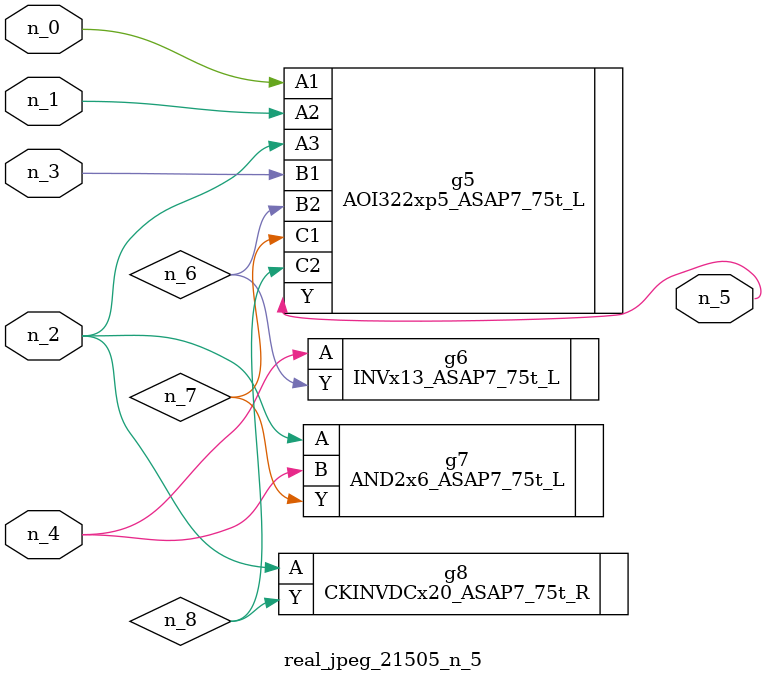
<source format=v>
module real_jpeg_21505_n_5 (n_4, n_0, n_1, n_2, n_3, n_5);

input n_4;
input n_0;
input n_1;
input n_2;
input n_3;

output n_5;

wire n_8;
wire n_6;
wire n_7;

AOI322xp5_ASAP7_75t_L g5 ( 
.A1(n_0),
.A2(n_1),
.A3(n_2),
.B1(n_3),
.B2(n_6),
.C1(n_7),
.C2(n_8),
.Y(n_5)
);

AND2x6_ASAP7_75t_L g7 ( 
.A(n_2),
.B(n_4),
.Y(n_7)
);

CKINVDCx20_ASAP7_75t_R g8 ( 
.A(n_2),
.Y(n_8)
);

INVx13_ASAP7_75t_L g6 ( 
.A(n_4),
.Y(n_6)
);


endmodule
</source>
